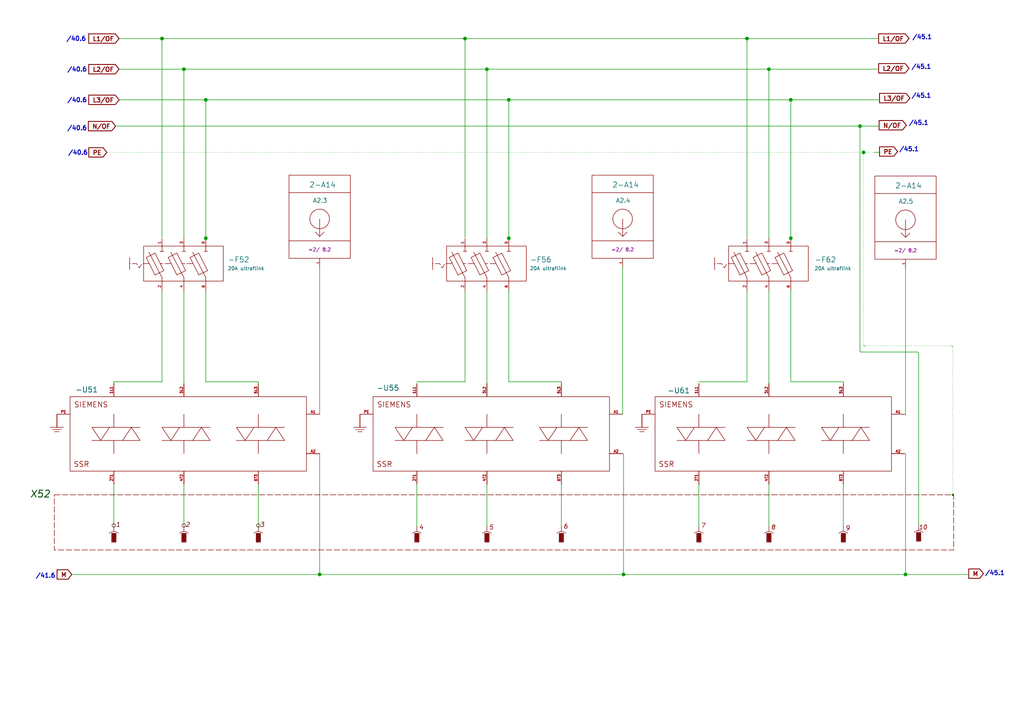
<source format=kicad_sch>
(kicad_sch (version 20250114) (generator "eeschema") (generator_version "9.0")
  (paper "A4")
  (title_block (comment 4 "20"))
  (lib_symbols
    (symbol "standart:PE" (pin_numbers (hide yes)) (pin_names (hide yes))
      (property "Reference" "PE" (at -3.302 2.794 0))
      (symbol "PE_0_1"
        (polyline (pts (xy -1.905 0) (xy 1.905 0)))
        (polyline (pts (xy -0.635 -1.27) (xy 0.635 -1.27)))
        (polyline (pts (xy 1.27 -0.635) (xy -1.27 -0.635)))
      )
      (symbol "PE_1_1"
        (pin passive line (at 0 3.81 270) (length 3.81) (name "") (number "PE"))
      )
    )
    (symbol "standart:PLC_OUT_(A)" (on_board no)
      (property "Reference" "-A" (at -12.954 16.002 0))
      (property "Target" "=Gruppe/ Seite.Pfad" (at 0 -8.89 0))
      (symbol "PLC_OUT_(A)_0_1"
        (rectangle (start -8.89 12.7) (end 8.89 -11.43))
        (polyline (pts (xy -8.89 7.62) (xy 8.89 7.62)))
        (polyline (pts (xy -8.89 -6.35) (xy 8.89 -6.35)))
        (polyline (pts (xy 0 0) (xy 0 -5.08) (xy 1.27 -3.81) (xy 0 -5.08) (xy -1.27 -3.81)))
        (circle (center 0 0) (radius 2.8398))
      )
      (symbol "PLC_OUT_(A)_1_1"
        (pin output line (at 0 -13.97 90) (length 2.54) (name "") (number "1"))
      )
    )
    (symbol "standart:SSR_(U)" (pin_names (hide yes))
      (property "Reference" "-U" (at -29.464 12.7 0))
      (symbol "SSR_(U)_0_1"
        (rectangle (start -33.02 10.16) (end 35.56 -11.43))
        (polyline (pts (xy -20.32 1.27) (xy -20.32 5.08)))
        (polyline (pts (xy -20.32 -2.54) (xy -20.32 -6.35)))
        (polyline (pts (xy 0 1.27) (xy 0 5.08)))
        (polyline (pts (xy 0 -2.54) (xy 0 -6.35)))
        (polyline (pts (xy 21.59 1.27) (xy 21.59 5.08)))
        (polyline (pts (xy 21.59 -2.54) (xy 21.59 -6.35)))
      )
      (symbol "SSR_(U)_1_1"
        (polyline (pts (xy -17.78 -2.54) (xy -24.13 -2.54) (xy -26.67 1.27) (xy -21.59 1.27) (xy -24.13 -2.54) (xy -26.67 -2.54)))
        (polyline (pts (xy -12.7 1.27) (xy -15.24 1.27) (xy -17.78 -2.54) (xy -12.7 -2.54) (xy -15.24 1.27) (xy -21.59 1.27)))
        (polyline (pts (xy 2.54 -2.54) (xy -3.81 -2.54) (xy -6.35 1.27) (xy -1.27 1.27) (xy -3.81 -2.54) (xy -6.35 -2.54)))
        (polyline (pts (xy 7.62 1.27) (xy 5.08 1.27) (xy 2.54 -2.54) (xy 7.62 -2.54) (xy 5.08 1.27) (xy -1.27 1.27)))
        (polyline (pts (xy 24.13 -2.54) (xy 17.78 -2.54) (xy 15.24 1.27) (xy 20.32 1.27) (xy 17.78 -2.54) (xy 15.24 -2.54)))
        (polyline (pts (xy 29.21 1.27) (xy 26.67 1.27) (xy 24.13 -2.54) (xy 29.21 -2.54) (xy 26.67 1.27) (xy 20.32 1.27)))
        (text "SSR" (at -29.718 -9.398 0) (effects (font (size 1.524 1.524))))
        (text "SIEMENS" (at -26.924 7.874 0) (effects (font (size 1.524 1.524))))
        (pin passive line (at -36.83 5.08 0) (length 3.81) (name "PE") (number "PE"))
        (pin passive line (at -20.32 13.97 270) (length 3.81) (name "1L1") (number "1L1"))
        (pin passive line (at -20.32 -15.24 90) (length 3.81) (name "2T1") (number "2T1"))
        (pin passive line (at 0 13.97 270) (length 3.81) (name "3L2") (number "3L2"))
        (pin passive line (at 0 -15.24 90) (length 3.81) (name "4T2") (number "4T2"))
        (pin passive line (at 21.59 13.97 270) (length 3.81) (name "5L3") (number "5L3"))
        (pin passive line (at 21.59 -15.24 90) (length 3.81) (name "6T3") (number "6T3"))
        (pin passive line (at 39.37 5.08 180) (length 3.81) (name "A1") (number "A1"))
        (pin passive line (at 39.37 -6.35 180) (length 3.81) (name "A2") (number "A2"))
      )
    )
    (symbol "standart:Schalter_(F)_1-6" (pin_names (hide yes))
      (property "Reference" "-F" (at -13.462 10.922 0))
      (property "Value" "_____ A" (at -13.716 8.636 0))
      (symbol "Schalter_(F)_1-6_0_1"
        (polyline (pts (xy -8.382 2.032) (xy -5.842 -3.048)))
        (polyline (pts (xy -5.842 3.302) (xy -8.382 2.032)))
        (polyline (pts (xy -5.842 -3.048) (xy -3.302 -1.778)))
        (polyline (pts (xy -4.318 3.81) (xy -3.302 3.81)))
        (polyline (pts (xy -3.81 3.81) (xy -3.81 5.334)))
        (polyline (pts (xy -3.81 -3.81) (xy -7.62 3.556)))
        (polyline (pts (xy -3.81 -3.81) (xy -3.81 -5.08)))
        (polyline (pts (xy -3.302 -1.778) (xy -5.842 3.302)))
        (polyline (pts (xy -2.032 2.032) (xy 0.508 -3.048)))
        (polyline (pts (xy 0.508 3.302) (xy -2.032 2.032)))
        (polyline (pts (xy 0.508 -3.048) (xy 3.048 -1.778)))
        (polyline (pts (xy 2.032 3.81) (xy 3.048 3.81)))
        (polyline (pts (xy 2.54 3.81) (xy 2.54 5.334)))
        (polyline (pts (xy 2.54 -3.81) (xy -1.27 3.556)))
        (polyline (pts (xy 2.54 -3.81) (xy 2.54 -5.08)))
        (polyline (pts (xy 3.048 -1.778) (xy 0.508 3.302)))
        (polyline (pts (xy 4.318 2.032) (xy 6.858 -3.048)))
        (polyline (pts (xy 6.858 3.302) (xy 4.318 2.032)))
        (polyline (pts (xy 6.858 -3.048) (xy 9.398 -1.778)))
        (polyline (pts (xy 8.382 3.81) (xy 9.398 3.81)))
        (polyline (pts (xy 8.89 3.81) (xy 8.89 5.334)))
        (polyline (pts (xy 8.89 -3.81) (xy 5.08 3.556)))
        (polyline (pts (xy 8.89 -3.81) (xy 8.89 -5.08)))
        (polyline (pts (xy 9.398 -1.778) (xy 6.858 3.302)))
      )
      (symbol "Schalter_(F)_1-6_1_1"
        (polyline (pts (xy -13.208 2.032) (xy -13.208 -1.524)))
        (rectangle (start -9.144 5.334) (end 13.97 -4.826))
        (polyline (pts (xy -7.62 0.254) (xy -9.652 0.254) (xy -10.414 -1.016) (xy -11.176 0.254) (xy -13.208 0.254)) (stroke (width 0) (type dash)))
        (polyline (pts (xy -1.27 0.254) (xy -4.318 0.254)) (stroke (width 0) (type dash)))
        (polyline (pts (xy 5.08 0.254) (xy 2.032 0.254)) (stroke (width 0) (type dash)))
        (pin passive line (at -3.81 7.62 270) (length 2.54) (name "1") (number "1"))
        (pin passive line (at -3.81 -7.62 90) (length 2.54) (name "2") (number "2"))
        (pin passive line (at 2.54 7.62 270) (length 2.54) (name "3") (number "3"))
        (pin passive line (at 2.54 -7.62 90) (length 2.54) (name "4") (number "4"))
        (pin passive line (at 8.89 7.62 270) (length 2.54) (name "5") (number "5"))
        (pin passive line (at 8.89 -7.62 90) (length 2.54) (name "6") (number "6"))
      )
    )
  )
  (arc (start 31.75 154.686) (mid 33.02 154.1599) (end 34.29 154.686) (stroke (width 0) (color 130 18 30 1)))
  (rectangle (start 15.748 143.51) (end 276.606 159.512) (stroke (width 0) (type dash) (color 132 0 0 1)))
  (rectangle (start 53.975 157.226) (end 52.705 154.686) (stroke (width 0) (color 112 6 12 1)) (fill (type color) (color 121 9 8 1)))
  (rectangle (start 75.565 157.226) (end 74.295 154.686) (stroke (width 0) (color 112 6 12 1)) (fill (type color) (color 121 9 8 1)))
  (arc (start 243.332 154.686) (mid 244.602 154.1599) (end 245.872 154.686) (stroke (width 0) (color 130 18 30 1)))
  (arc (start 265.176 154.432) (mid 266.446 153.9059) (end 267.716 154.432) (stroke (width 0) (color 130 18 30 1)))
  (rectangle (start 141.859 157.226) (end 140.589 154.686) (stroke (width 0) (color 112 6 12 1)) (fill (type color) (color 121 9 8 1)))
  (rectangle (start 33.655 157.226) (end 32.385 154.686) (stroke (width 0) (color 112 6 12 1)) (fill (type color) (color 121 9 8 1)))
  (circle (center 33.02 152.4) (radius 0.508) (stroke (width 0) (color 114 15 19 1)))
  (circle (center 53.34 152.4) (radius 0.508) (stroke (width 0) (color 114 15 19 1)))
  (circle (center 276.352 143.51) (radius 0.254) (stroke (width 0) (color 0 132 0 1)) (fill (type color) (color 0 72 0 1)))
  (rectangle (start 267.081 156.972) (end 265.811 154.432) (stroke (width 0) (color 112 6 12 1)) (fill (type color) (color 121 9 8 1)))
  (rectangle (start 223.647 157.226) (end 222.377 154.686) (stroke (width 0) (color 112 6 12 1)) (fill (type color) (color 121 9 8 1)))
  (arc (start 139.954 154.686) (mid 141.224 154.1599) (end 142.494 154.686) (stroke (width 0) (color 130 18 30 1)))
  (rectangle (start 121.539 157.226) (end 120.269 154.686) (stroke (width 0) (color 112 6 12 1)) (fill (type color) (color 121 9 8 1)))
  (arc (start 161.544 154.686) (mid 162.814 154.1599) (end 164.084 154.686) (stroke (width 0) (color 130 18 30 1)))
  (arc (start 201.422 154.686) (mid 202.692 154.1599) (end 203.962 154.686) (stroke (width 0) (color 130 18 30 1)))
  (arc (start 119.634 154.686) (mid 120.904 154.1599) (end 122.174 154.686) (stroke (width 0) (color 130 18 30 1)))
  (arc (start 52.07 154.686) (mid 53.34 154.1599) (end 54.61 154.686) (stroke (width 0) (color 130 18 30 1)))
  (arc (start 73.66 154.686) (mid 74.93 154.1599) (end 76.2 154.686) (stroke (width 0) (color 130 18 30 1)))
  (rectangle (start 245.237 157.226) (end 243.967 154.686) (stroke (width 0) (color 112 6 12 1)) (fill (type color) (color 121 9 8 1)))
  (arc (start 221.742 154.686) (mid 223.012 154.1599) (end 224.282 154.686) (stroke (width 0) (color 130 18 30 1)))
  (circle (center 74.93 152.4) (radius 0.508) (stroke (width 0) (color 114 15 19 1)))
  (rectangle (start 163.449 157.226) (end 162.179 154.686) (stroke (width 0) (color 112 6 12 1)) (fill (type color) (color 121 9 8 1)))
  (rectangle (start 203.327 157.226) (end 202.057 154.686) (stroke (width 0) (color 112 6 12 1)) (fill (type color) (color 121 9 8 1)))
  (text "4\n" (at 122.174 153.162 0) (effects (font (size 1.27 1.27) (thickness 0.1588) (italic yes))))
  (text "/45.1" (at 267.462 10.922 0) (effects (font (size 1.27 1.27) (thickness 0.254) (bold yes))))
  (text "5" (at 142.494 153.162 0) (effects (font (size 1.27 1.27) (thickness 0.1588) (italic yes))))
  (text "2" (at 54.483 152.4 0) (effects (font (size 1.27 1.27) (thickness 0.1588) (italic yes))))
  (text "/40.6" (at 22.098 11.43 0) (effects (font (size 1.27 1.27) (thickness 0.254) (bold yes))))
  (text "10" (at 267.716 153.162 0) (effects (font (size 1.27 1.27) (thickness 0.1588) (italic yes))))
  (text "9\n" (at 245.872 153.416 0) (effects (font (size 1.27 1.27) (thickness 0.1588) (italic yes))))
  (text "7\n" (at 203.962 152.654 0) (effects (font (size 1.27 1.27) (thickness 0.1588) (italic yes))))
  (text "/45.1" (at 266.446 35.814 0) (effects (font (size 1.27 1.27) (thickness 0.254) (bold yes))))
  (text "/40.6" (at 22.352 37.338 0) (effects (font (size 1.27 1.27) (thickness 0.254) (bold yes))))
  (text "/41.6" (at 13.208 167.132 0) (effects (font (size 1.27 1.27) (thickness 0.254) (bold yes))))
  (text "/45.1" (at 267.208 27.94 0) (effects (font (size 1.27 1.27) (thickness 0.254) (bold yes))))
  (text "/45.1" (at 263.652 43.434 0) (effects (font (size 1.27 1.27) (thickness 0.254) (bold yes))))
  (text "3" (at 76.073 152.4 0) (effects (font (size 1.27 1.27) (thickness 0.1588) (italic yes))))
  (text "6\n" (at 164.084 152.908 0) (effects (font (size 1.27 1.27) (thickness 0.1588) (italic yes))))
  (text "1" (at 34.29 152.4 0) (effects (font (size 1.27 1.27) (thickness 0.1588) (italic yes))))
  (text "/45.1" (at 267.208 19.558 0) (effects (font (size 1.27 1.27) (thickness 0.254) (bold yes))))
  (text "8\n" (at 224.282 153.162 0) (effects (font (size 1.27 1.27) (thickness 0.1588) (italic yes))))
  (text "X52" (exclude_from_sim yes) (at 11.684 143.51 0) (effects (font (size 2 2) (thickness 0.25) (italic yes))))
  (text "/40.6" (at 22.606 44.45 0) (effects (font (size 1.27 1.27) (thickness 0.254) (bold yes))))
  (text "/45.1" (at 288.544 166.37 0) (effects (font (size 1.27 1.27) (thickness 0.254) (bold yes))))
  (text "/40.6" (at 22.352 29.21 0) (effects (font (size 1.27 1.27) (thickness 0.254) (bold yes))))
  (text "/40.6" (at 22.352 20.32 0) (effects (font (size 1.27 1.27) (thickness 0.254) (bold yes))))
  (junction (at 216.662 11.176))
  (junction (at 46.99 11.176))
  (junction (at 229.362 28.956))
  (junction (at 59.69 28.956))
  (junction (at 229.362 69.088))
  (junction (at 141.224 20.066))
  (junction (at 180.848 166.624))
  (junction (at 147.574 69.088))
  (junction (at 53.34 20.066))
  (junction (at 262.636 166.624))
  (junction (at 147.574 28.956))
  (junction (at 249.428 36.576))
  (junction (at 134.874 11.176))
  (junction (at 223.012 20.066))
  (junction (at 92.71 166.624))
  (junction (at 250.444 44.196))
  (junction (at 59.69 69.088))
  (wire (pts (xy 180.848 166.624) (xy 262.636 166.624)))
  (wire (pts (xy 147.574 110.744) (xy 162.814 110.744)))
  (wire (pts (xy 20.828 166.624) (xy 92.71 166.624)))
  (polyline (pts (xy 202.692 154.178) (xy 202.692 152.654)) (stroke (width 0) (type solid) (color 127 14 18 1)))
  (wire (pts (xy 223.012 20.066) (xy 254.762 20.066)))
  (wire (pts (xy 202.692 110.744) (xy 216.662 110.744)))
  (polyline (pts (xy 244.602 154.178) (xy 244.602 152.654)) (stroke (width 0) (type solid) (color 127 14 18 1)))
  (wire (pts (xy 244.602 110.744) (xy 244.602 111.252)))
  (wire (pts (xy 223.012 84.328) (xy 223.012 111.252)))
  (wire (pts (xy 134.874 11.176) (xy 134.874 68.834)))
  (polyline (pts (xy 266.446 153.924) (xy 266.446 152.4)) (stroke (width 0) (type solid) (color 127 14 18 1)))
  (wire (pts (xy 59.69 69.088) (xy 59.69 69.342)))
  (polyline (pts (xy 162.814 154.178) (xy 162.814 152.654)) (stroke (width 0) (type solid) (color 127 14 18 1)))
  (wire (pts (xy 92.71 77.47) (xy 92.71 120.142)))
  (wire (pts (xy 92.71 166.624) (xy 180.848 166.624)))
  (wire (pts (xy 229.362 84.328) (xy 229.362 110.744)))
  (wire (pts (xy 216.662 11.176) (xy 216.662 68.834)))
  (wire (pts (xy 147.574 28.956) (xy 147.574 69.088)))
  (wire (pts (xy 250.444 44.196) (xy 250.444 100.33)) (stroke (width 0) (type dot)))
  (wire (pts (xy 229.362 28.956) (xy 229.362 69.088)))
  (wire (pts (xy 46.99 11.176) (xy 46.99 68.834)))
  (wire (pts (xy 202.692 140.462) (xy 202.692 152.654)))
  (wire (pts (xy 59.69 84.328) (xy 59.69 110.744)))
  (wire (pts (xy 74.93 140.462) (xy 74.93 152.908)))
  (wire (pts (xy 92.71 131.572) (xy 92.71 166.624)))
  (wire (pts (xy 120.904 140.462) (xy 120.904 152.654)))
  (wire (pts (xy 266.446 102.362) (xy 266.192 102.108)))
  (wire (pts (xy 53.34 140.462) (xy 53.34 152.654)))
  (wire (pts (xy 31.242 44.196) (xy 250.444 44.196)) (stroke (width 0) (type dot)))
  (wire (pts (xy 141.224 20.066) (xy 141.224 69.088)))
  (polyline (pts (xy 141.224 154.178) (xy 141.224 152.654)) (stroke (width 0) (type solid) (color 127 14 18 1)))
  (wire (pts (xy 229.362 110.744) (xy 244.602 110.744)))
  (wire (pts (xy 134.874 84.328) (xy 134.874 110.744)))
  (wire (pts (xy 262.636 131.572) (xy 262.636 166.624)))
  (wire (pts (xy 276.352 100.584) (xy 276.352 143.51)) (stroke (width 0) (type dot)))
  (wire (pts (xy 59.69 28.956) (xy 147.574 28.956)))
  (wire (pts (xy 53.34 84.328) (xy 53.34 111.252)))
  (wire (pts (xy 147.574 84.328) (xy 147.574 110.744)))
  (wire (pts (xy 266.192 102.108) (xy 249.682 102.108)))
  (wire (pts (xy 33.02 110.744) (xy 33.02 111.252)))
  (wire (pts (xy 33.02 140.462) (xy 33.02 152.654)))
  (wire (pts (xy 34.798 11.176) (xy 46.99 11.176)))
  (wire (pts (xy 46.99 84.328) (xy 46.99 110.744)))
  (wire (pts (xy 59.69 28.956) (xy 59.69 69.088)))
  (wire (pts (xy 33.02 110.744) (xy 46.99 110.744)))
  (wire (pts (xy 53.34 20.066) (xy 53.34 69.088)))
  (wire (pts (xy 134.874 11.176) (xy 216.662 11.176)))
  (wire (pts (xy 120.904 110.744) (xy 134.874 110.744)))
  (wire (pts (xy 216.662 84.328) (xy 216.662 110.744)))
  (wire (pts (xy 33.782 36.576) (xy 249.428 36.576)))
  (wire (pts (xy 34.798 20.066) (xy 53.34 20.066)))
  (wire (pts (xy 141.224 140.462) (xy 141.224 152.654)))
  (wire (pts (xy 180.594 77.47) (xy 180.594 120.142)))
  (wire (pts (xy 223.012 140.462) (xy 223.012 152.654)))
  (wire (pts (xy 262.636 166.624) (xy 280.924 166.624)))
  (polyline (pts (xy 74.93 154.178) (xy 74.93 152.654)) (stroke (width 0) (type solid) (color 127 14 18 1)))
  (wire (pts (xy 141.224 84.328) (xy 141.224 111.252)))
  (polyline (pts (xy 53.34 154.178) (xy 53.34 152.654)) (stroke (width 0) (type solid) (color 127 14 18 1)))
  (polyline (pts (xy 120.904 154.178) (xy 120.904 152.654)) (stroke (width 0) (type solid) (color 127 14 18 1)))
  (wire (pts (xy 162.814 140.462) (xy 162.814 152.908)))
  (wire (pts (xy 59.69 110.744) (xy 74.93 110.744)))
  (wire (pts (xy 162.814 110.744) (xy 162.814 111.252)))
  (wire (pts (xy 250.952 100.33) (xy 276.098 100.33)) (stroke (width 0) (type dot)))
  (wire (pts (xy 250.444 44.196) (xy 253.492 44.196)) (stroke (width 0) (type dot)))
  (wire (pts (xy 262.636 77.724) (xy 262.636 120.396)))
  (polyline (pts (xy 223.012 154.178) (xy 223.012 152.654)) (stroke (width 0) (type solid) (color 127 14 18 1)))
  (wire (pts (xy 229.362 69.088) (xy 229.362 69.342)))
  (wire (pts (xy 244.602 140.462) (xy 244.602 152.908)))
  (wire (pts (xy 276.098 100.33) (xy 276.352 100.584)))
  (wire (pts (xy 74.93 110.744) (xy 74.93 111.252)))
  (wire (pts (xy 46.99 11.176) (xy 134.874 11.176)))
  (polyline (pts (xy 33.02 154.178) (xy 33.02 152.654)) (stroke (width 0) (type solid) (color 127 14 18 1)))
  (wire (pts (xy 253.492 44.196) (xy 255.27 44.196)))
  (wire (pts (xy 249.428 36.576) (xy 249.428 101.854)))
  (wire (pts (xy 216.662 11.176) (xy 254.762 11.176)))
  (wire (pts (xy 223.012 20.066) (xy 223.012 69.088)))
  (wire (pts (xy 250.444 100.33) (xy 250.952 100.33)))
  (wire (pts (xy 249.682 102.108) (xy 249.428 101.854)))
  (wire (pts (xy 147.574 28.956) (xy 229.362 28.956)))
  (wire (pts (xy 53.34 20.066) (xy 141.224 20.066)))
  (wire (pts (xy 180.848 131.572) (xy 180.848 166.624)))
  (wire (pts (xy 34.544 28.956) (xy 59.69 28.956)))
  (wire (pts (xy 266.446 152.4) (xy 266.446 102.362)))
  (wire (pts (xy 147.574 69.088) (xy 147.574 69.342)))
  (wire (pts (xy 249.428 36.576) (xy 255.016 36.576)))
  (wire (pts (xy 141.224 20.066) (xy 223.012 20.066)))
  (wire (pts (xy 229.362 28.956) (xy 255.016 28.956)))
  (global_label "PE" (shape input) (at 30.988 44.196 180) (effects (font (thickness 0.254) (bold yes))) (property "Intersheetrefs" "${INTERSHEET_REFS}" (effects (hide yes))))
  (global_label "L2{slash}OF" (shape input) (at 34.544 20.066 180) (effects (font (thickness 0.254) (bold yes))) (property "Intersheetrefs" "${INTERSHEET_REFS}" (effects (hide yes))))
  (global_label "L2{slash}OF" (shape input) (at 263.652 19.812 180) (effects (font (thickness 0.254) (bold yes))) (property "Intersheetrefs" "${INTERSHEET_REFS}" (effects (hide yes))))
  (global_label "L3{slash}OF" (shape input) (at 34.544 28.956 180) (effects (font (thickness 0.254) (bold yes))) (property "Intersheetrefs" "${INTERSHEET_REFS}" (effects (hide yes))))
  (global_label "N{slash}OF" (shape input) (at 33.528 36.576 180) (effects (font (thickness 0.254) (bold yes))) (property "Intersheetrefs" "${INTERSHEET_REFS}" (effects (hide yes))))
  (global_label "L1{slash}OF" (shape input) (at 34.544 11.176 180) (effects (font (thickness 0.254) (bold yes))) (property "Intersheetrefs" "${INTERSHEET_REFS}" (effects (hide yes))))
  (global_label "PE" (shape input) (at 260.35 43.942 180) (effects (font (thickness 0.254) (bold yes))) (property "Intersheetrefs" "${INTERSHEET_REFS}" (effects (hide yes))))
  (global_label "N{slash}OF" (shape input) (at 262.89 36.322 180) (effects (font (thickness 0.254) (bold yes))) (property "Intersheetrefs" "${INTERSHEET_REFS}" (effects (hide yes))))
  (global_label "L3{slash}OF" (shape input) (at 263.906 28.448 180) (effects (font (thickness 0.254) (bold yes))) (property "Intersheetrefs" "${INTERSHEET_REFS}" (effects (hide yes))))
  (global_label "M" (shape input) (at 20.828 166.624 180) (effects (font (thickness 0.254) (bold yes))) (property "Intersheetrefs" "${INTERSHEET_REFS}" (effects (hide yes))))
  (global_label "L1{slash}OF" (shape input) (at 263.652 11.176 180) (effects (font (thickness 0.254) (bold yes))) (property "Intersheetrefs" "${INTERSHEET_REFS}" (effects (hide yes))))
  (global_label "M" (shape input) (at 285.242 166.37 180) (effects (font (thickness 0.254) (bold yes))) (property "Intersheetrefs" "${INTERSHEET_REFS}" (effects (hide yes))))
  (symbol (lib_id "standart:SSR_(U)") (at 53.34 125.222 0) (unit 1)
    (property "Reference" "-U51" (at 25.146 113.03 0) (effects (font (size 1.524 1.524))))
  )
  (symbol (lib_id "standart:Schalter_(F)_1-6") (at 138.684 76.708 0) (unit 1)
    (property "Reference" "-F56" (at 153.67 75.3109 0) (effects (font (size 1.524 1.524)) (justify left)))
    (property "Value" "20A ultraflink" (at 153.67 77.8509 0) (effects (font (size 1.016 1.016)) (justify left)))
  )
  (symbol (lib_id "standart:PE") (at 186.182 123.952 0) (unit 1)
    (property "Reference" "PE6" (effects (hide yes)))
  )
  (symbol (lib_id "standart:PE") (at 16.51 123.952 0) (unit 1)
    (property "Reference" "PE4" (effects (hide yes)))
  )
  (symbol (lib_id "standart:PLC_OUT_(A)") (at 180.594 63.5 0) (unit 1) (on_board no)
    (property "Reference" "2-A14" (at 177.546 53.594 0) (effects (font (size 1.524 1.524)) (justify left)))
    (property "Value" "A2.4" (at 178.562 58.166 0) (effects (justify left)))
    (property "Target" "=2/ 8.2" (at 180.594 72.39 0) (effects (font (size 1.016 1.016))))
    (property "-A" "2-A14" (effects (hide yes)))
  )
  (symbol (lib_id "standart:PLC_OUT_(A)") (at 92.71 63.5 0) (unit 1) (on_board no)
    (property "Reference" "2-A14" (at 89.662 53.594 0) (effects (font (size 1.524 1.524)) (justify left)))
    (property "Value" "A2.3" (at 90.678 58.166 0) (effects (justify left)))
    (property "Target" "=2/ 8.2" (at 92.71 72.39 0) (effects (font (size 1.016 1.016))))
    (property "-A" "2-A14" (effects (hide yes)))
  )
  (symbol (lib_id "standart:SSR_(U)") (at 141.224 125.222 0) (unit 1)
    (property "Reference" "-U55" (at 112.522 112.522 0) (effects (font (size 1.524 1.524))))
  )
  (symbol (lib_id "standart:PE") (at 104.394 123.952 0) (unit 1)
    (property "Reference" "PE5" (effects (hide yes)))
  )
  (symbol (lib_id "standart:PLC_OUT_(A)") (at 262.636 63.754 0) (unit 1) (on_board no)
    (property "Reference" "2-A14" (at 259.588 53.848 0) (effects (font (size 1.524 1.524)) (justify left)))
    (property "Value" "A2.5" (at 260.604 58.42 0) (effects (justify left)))
    (property "Target" "=2/ 8.2" (at 262.636 72.644 0) (effects (font (size 1.016 1.016))))
    (property "-A" "2-A14" (effects (hide yes)))
  )
  (symbol (lib_id "standart:Schalter_(F)_1-6") (at 220.472 76.708 0) (unit 1)
    (property "Reference" "-F62" (at 236.22 75.3109 0) (effects (font (size 1.524 1.524)) (justify left)))
    (property "Value" "20A ultraflink" (at 236.22 77.8509 0) (effects (font (size 1.016 1.016)) (justify left)))
  )
  (symbol (lib_id "standart:SSR_(U)") (at 223.012 125.222 0) (unit 1)
    (property "Reference" "-U61" (at 196.85 113.284 0) (effects (font (size 1.524 1.524))))
  )
  (symbol (lib_id "standart:Schalter_(F)_1-6") (at 50.8 76.708 0) (unit 1)
    (property "Reference" "-F52" (at 66.04 75.3109 0) (effects (font (size 1.524 1.524)) (justify left)))
    (property "Value" "20A ultraflink" (at 66.04 77.8509 0) (effects (font (size 1.016 1.016)) (justify left)))
  )
)
</source>
